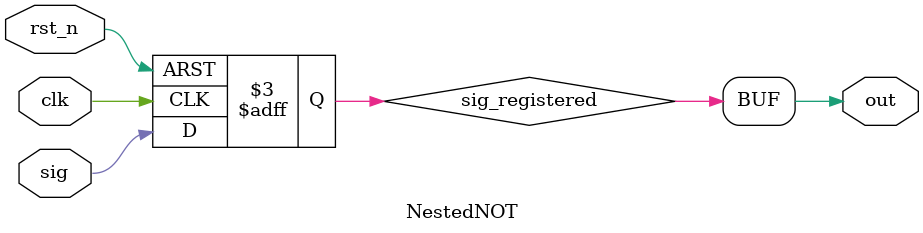
<source format=sv>
module NestedNOT(
    input  wire clk,     // 时钟信号输入
    input  wire rst_n,   // 复位信号输入
    input  wire sig,     // 数据输入信号
    output wire out      // 数据输出信号
);
    // 内部信号声明
    reg sig_registered;  // 寄存器
    
    // 输入寄存器
    always @(posedge clk or negedge rst_n) begin
        if (!rst_n)
            sig_registered <= 1'b0;
        else
            sig_registered <= sig;
    end
    
    // 输出逻辑 - 简化了连续两个NOT的逻辑
    // ~(~sig_registered) 等于 sig_registered
    assign out = sig_registered;
    
endmodule
</source>
